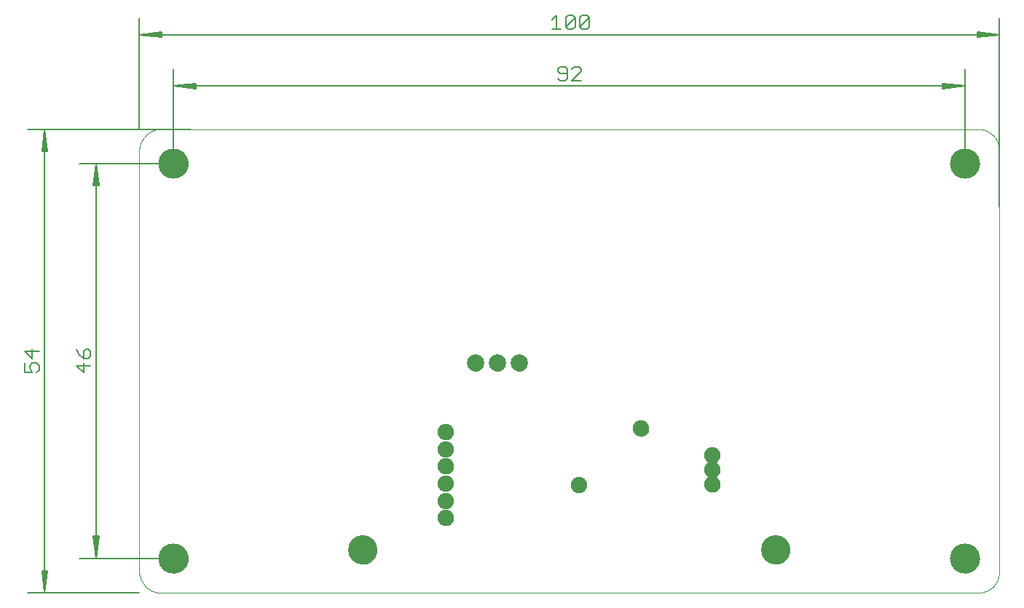
<source format=gbs>
G75*
%MOIN*%
%OFA0B0*%
%FSLAX24Y24*%
%IPPOS*%
%LPD*%
%AMOC8*
5,1,8,0,0,1.08239X$1,22.5*
%
%ADD10C,0.0000*%
%ADD11C,0.0051*%
%ADD12C,0.0060*%
%ADD13C,0.1340*%
%ADD14C,0.0749*%
%ADD15C,0.0789*%
%ADD16C,0.1380*%
D10*
X005590Y001519D02*
X005590Y020779D01*
X005592Y020839D01*
X005597Y020900D01*
X005606Y020959D01*
X005619Y021018D01*
X005635Y021077D01*
X005655Y021134D01*
X005678Y021189D01*
X005705Y021244D01*
X005734Y021296D01*
X005767Y021347D01*
X005803Y021396D01*
X005841Y021442D01*
X005883Y021486D01*
X005927Y021528D01*
X005973Y021566D01*
X006022Y021602D01*
X006073Y021635D01*
X006125Y021664D01*
X006180Y021691D01*
X006235Y021714D01*
X006292Y021734D01*
X006351Y021750D01*
X006410Y021763D01*
X006469Y021772D01*
X006530Y021777D01*
X006590Y021779D01*
X043960Y021779D01*
X044020Y021777D01*
X044081Y021772D01*
X044140Y021763D01*
X044199Y021750D01*
X044258Y021734D01*
X044315Y021714D01*
X044370Y021691D01*
X044425Y021664D01*
X044477Y021635D01*
X044528Y021602D01*
X044577Y021566D01*
X044623Y021528D01*
X044667Y021486D01*
X044709Y021442D01*
X044747Y021396D01*
X044783Y021347D01*
X044816Y021296D01*
X044845Y021244D01*
X044872Y021189D01*
X044895Y021134D01*
X044915Y021077D01*
X044931Y021018D01*
X044944Y020959D01*
X044953Y020900D01*
X044958Y020839D01*
X044960Y020779D01*
X044960Y001519D01*
X044958Y001459D01*
X044953Y001398D01*
X044944Y001339D01*
X044931Y001280D01*
X044915Y001221D01*
X044895Y001164D01*
X044872Y001109D01*
X044845Y001054D01*
X044816Y001002D01*
X044783Y000951D01*
X044747Y000902D01*
X044709Y000856D01*
X044667Y000812D01*
X044623Y000770D01*
X044577Y000732D01*
X044528Y000696D01*
X044477Y000663D01*
X044425Y000634D01*
X044370Y000607D01*
X044315Y000584D01*
X044258Y000564D01*
X044199Y000548D01*
X044140Y000535D01*
X044081Y000526D01*
X044020Y000521D01*
X043960Y000519D01*
X006590Y000519D01*
X006530Y000521D01*
X006469Y000526D01*
X006410Y000535D01*
X006351Y000548D01*
X006292Y000564D01*
X006235Y000584D01*
X006180Y000607D01*
X006125Y000634D01*
X006073Y000663D01*
X006022Y000696D01*
X005973Y000732D01*
X005927Y000770D01*
X005883Y000812D01*
X005841Y000856D01*
X005803Y000902D01*
X005767Y000951D01*
X005734Y001002D01*
X005705Y001054D01*
X005678Y001109D01*
X005655Y001164D01*
X005635Y001221D01*
X005619Y001280D01*
X005606Y001339D01*
X005597Y001398D01*
X005592Y001459D01*
X005590Y001519D01*
X006515Y002094D02*
X006517Y002144D01*
X006523Y002194D01*
X006533Y002244D01*
X006546Y002292D01*
X006563Y002340D01*
X006584Y002386D01*
X006608Y002430D01*
X006636Y002472D01*
X006667Y002512D01*
X006701Y002549D01*
X006738Y002584D01*
X006777Y002615D01*
X006818Y002644D01*
X006862Y002669D01*
X006908Y002691D01*
X006955Y002709D01*
X007003Y002723D01*
X007052Y002734D01*
X007102Y002741D01*
X007152Y002744D01*
X007203Y002743D01*
X007253Y002738D01*
X007303Y002729D01*
X007351Y002717D01*
X007399Y002700D01*
X007445Y002680D01*
X007490Y002657D01*
X007533Y002630D01*
X007573Y002600D01*
X007611Y002567D01*
X007646Y002531D01*
X007679Y002492D01*
X007708Y002451D01*
X007734Y002408D01*
X007757Y002363D01*
X007776Y002316D01*
X007791Y002268D01*
X007803Y002219D01*
X007811Y002169D01*
X007815Y002119D01*
X007815Y002069D01*
X007811Y002019D01*
X007803Y001969D01*
X007791Y001920D01*
X007776Y001872D01*
X007757Y001825D01*
X007734Y001780D01*
X007708Y001737D01*
X007679Y001696D01*
X007646Y001657D01*
X007611Y001621D01*
X007573Y001588D01*
X007533Y001558D01*
X007490Y001531D01*
X007445Y001508D01*
X007399Y001488D01*
X007351Y001471D01*
X007303Y001459D01*
X007253Y001450D01*
X007203Y001445D01*
X007152Y001444D01*
X007102Y001447D01*
X007052Y001454D01*
X007003Y001465D01*
X006955Y001479D01*
X006908Y001497D01*
X006862Y001519D01*
X006818Y001544D01*
X006777Y001573D01*
X006738Y001604D01*
X006701Y001639D01*
X006667Y001676D01*
X006636Y001716D01*
X006608Y001758D01*
X006584Y001802D01*
X006563Y001848D01*
X006546Y001896D01*
X006533Y001944D01*
X006523Y001994D01*
X006517Y002044D01*
X006515Y002094D01*
X015196Y002488D02*
X015198Y002538D01*
X015204Y002588D01*
X015214Y002637D01*
X015228Y002685D01*
X015245Y002732D01*
X015266Y002777D01*
X015291Y002821D01*
X015319Y002862D01*
X015351Y002901D01*
X015385Y002938D01*
X015422Y002972D01*
X015462Y003002D01*
X015504Y003029D01*
X015548Y003053D01*
X015594Y003074D01*
X015641Y003090D01*
X015689Y003103D01*
X015739Y003112D01*
X015788Y003117D01*
X015839Y003118D01*
X015889Y003115D01*
X015938Y003108D01*
X015987Y003097D01*
X016035Y003082D01*
X016081Y003064D01*
X016126Y003042D01*
X016169Y003016D01*
X016210Y002987D01*
X016249Y002955D01*
X016285Y002920D01*
X016317Y002882D01*
X016347Y002842D01*
X016374Y002799D01*
X016397Y002755D01*
X016416Y002709D01*
X016432Y002661D01*
X016444Y002612D01*
X016452Y002563D01*
X016456Y002513D01*
X016456Y002463D01*
X016452Y002413D01*
X016444Y002364D01*
X016432Y002315D01*
X016416Y002267D01*
X016397Y002221D01*
X016374Y002177D01*
X016347Y002134D01*
X016317Y002094D01*
X016285Y002056D01*
X016249Y002021D01*
X016210Y001989D01*
X016169Y001960D01*
X016126Y001934D01*
X016081Y001912D01*
X016035Y001894D01*
X015987Y001879D01*
X015938Y001868D01*
X015889Y001861D01*
X015839Y001858D01*
X015788Y001859D01*
X015739Y001864D01*
X015689Y001873D01*
X015641Y001886D01*
X015594Y001902D01*
X015548Y001923D01*
X015504Y001947D01*
X015462Y001974D01*
X015422Y002004D01*
X015385Y002038D01*
X015351Y002075D01*
X015319Y002114D01*
X015291Y002155D01*
X015266Y002199D01*
X015245Y002244D01*
X015228Y002291D01*
X015214Y002339D01*
X015204Y002388D01*
X015198Y002438D01*
X015196Y002488D01*
X019287Y003952D02*
X019289Y003988D01*
X019295Y004024D01*
X019305Y004059D01*
X019318Y004093D01*
X019335Y004125D01*
X019355Y004155D01*
X019379Y004182D01*
X019405Y004207D01*
X019434Y004229D01*
X019465Y004248D01*
X019498Y004263D01*
X019532Y004275D01*
X019568Y004283D01*
X019604Y004287D01*
X019640Y004287D01*
X019676Y004283D01*
X019712Y004275D01*
X019746Y004263D01*
X019779Y004248D01*
X019810Y004229D01*
X019839Y004207D01*
X019865Y004182D01*
X019889Y004155D01*
X019909Y004125D01*
X019926Y004093D01*
X019939Y004059D01*
X019949Y004024D01*
X019955Y003988D01*
X019957Y003952D01*
X019955Y003916D01*
X019949Y003880D01*
X019939Y003845D01*
X019926Y003811D01*
X019909Y003779D01*
X019889Y003749D01*
X019865Y003722D01*
X019839Y003697D01*
X019810Y003675D01*
X019779Y003656D01*
X019746Y003641D01*
X019712Y003629D01*
X019676Y003621D01*
X019640Y003617D01*
X019604Y003617D01*
X019568Y003621D01*
X019532Y003629D01*
X019498Y003641D01*
X019465Y003656D01*
X019434Y003675D01*
X019405Y003697D01*
X019379Y003722D01*
X019355Y003749D01*
X019335Y003779D01*
X019318Y003811D01*
X019305Y003845D01*
X019295Y003880D01*
X019289Y003916D01*
X019287Y003952D01*
X019287Y004740D02*
X019289Y004776D01*
X019295Y004812D01*
X019305Y004847D01*
X019318Y004881D01*
X019335Y004913D01*
X019355Y004943D01*
X019379Y004970D01*
X019405Y004995D01*
X019434Y005017D01*
X019465Y005036D01*
X019498Y005051D01*
X019532Y005063D01*
X019568Y005071D01*
X019604Y005075D01*
X019640Y005075D01*
X019676Y005071D01*
X019712Y005063D01*
X019746Y005051D01*
X019779Y005036D01*
X019810Y005017D01*
X019839Y004995D01*
X019865Y004970D01*
X019889Y004943D01*
X019909Y004913D01*
X019926Y004881D01*
X019939Y004847D01*
X019949Y004812D01*
X019955Y004776D01*
X019957Y004740D01*
X019955Y004704D01*
X019949Y004668D01*
X019939Y004633D01*
X019926Y004599D01*
X019909Y004567D01*
X019889Y004537D01*
X019865Y004510D01*
X019839Y004485D01*
X019810Y004463D01*
X019779Y004444D01*
X019746Y004429D01*
X019712Y004417D01*
X019676Y004409D01*
X019640Y004405D01*
X019604Y004405D01*
X019568Y004409D01*
X019532Y004417D01*
X019498Y004429D01*
X019465Y004444D01*
X019434Y004463D01*
X019405Y004485D01*
X019379Y004510D01*
X019355Y004537D01*
X019335Y004567D01*
X019318Y004599D01*
X019305Y004633D01*
X019295Y004668D01*
X019289Y004704D01*
X019287Y004740D01*
X019287Y005527D02*
X019289Y005563D01*
X019295Y005599D01*
X019305Y005634D01*
X019318Y005668D01*
X019335Y005700D01*
X019355Y005730D01*
X019379Y005757D01*
X019405Y005782D01*
X019434Y005804D01*
X019465Y005823D01*
X019498Y005838D01*
X019532Y005850D01*
X019568Y005858D01*
X019604Y005862D01*
X019640Y005862D01*
X019676Y005858D01*
X019712Y005850D01*
X019746Y005838D01*
X019779Y005823D01*
X019810Y005804D01*
X019839Y005782D01*
X019865Y005757D01*
X019889Y005730D01*
X019909Y005700D01*
X019926Y005668D01*
X019939Y005634D01*
X019949Y005599D01*
X019955Y005563D01*
X019957Y005527D01*
X019955Y005491D01*
X019949Y005455D01*
X019939Y005420D01*
X019926Y005386D01*
X019909Y005354D01*
X019889Y005324D01*
X019865Y005297D01*
X019839Y005272D01*
X019810Y005250D01*
X019779Y005231D01*
X019746Y005216D01*
X019712Y005204D01*
X019676Y005196D01*
X019640Y005192D01*
X019604Y005192D01*
X019568Y005196D01*
X019532Y005204D01*
X019498Y005216D01*
X019465Y005231D01*
X019434Y005250D01*
X019405Y005272D01*
X019379Y005297D01*
X019355Y005324D01*
X019335Y005354D01*
X019318Y005386D01*
X019305Y005420D01*
X019295Y005455D01*
X019289Y005491D01*
X019287Y005527D01*
X019287Y006315D02*
X019289Y006351D01*
X019295Y006387D01*
X019305Y006422D01*
X019318Y006456D01*
X019335Y006488D01*
X019355Y006518D01*
X019379Y006545D01*
X019405Y006570D01*
X019434Y006592D01*
X019465Y006611D01*
X019498Y006626D01*
X019532Y006638D01*
X019568Y006646D01*
X019604Y006650D01*
X019640Y006650D01*
X019676Y006646D01*
X019712Y006638D01*
X019746Y006626D01*
X019779Y006611D01*
X019810Y006592D01*
X019839Y006570D01*
X019865Y006545D01*
X019889Y006518D01*
X019909Y006488D01*
X019926Y006456D01*
X019939Y006422D01*
X019949Y006387D01*
X019955Y006351D01*
X019957Y006315D01*
X019955Y006279D01*
X019949Y006243D01*
X019939Y006208D01*
X019926Y006174D01*
X019909Y006142D01*
X019889Y006112D01*
X019865Y006085D01*
X019839Y006060D01*
X019810Y006038D01*
X019779Y006019D01*
X019746Y006004D01*
X019712Y005992D01*
X019676Y005984D01*
X019640Y005980D01*
X019604Y005980D01*
X019568Y005984D01*
X019532Y005992D01*
X019498Y006004D01*
X019465Y006019D01*
X019434Y006038D01*
X019405Y006060D01*
X019379Y006085D01*
X019355Y006112D01*
X019335Y006142D01*
X019318Y006174D01*
X019305Y006208D01*
X019295Y006243D01*
X019289Y006279D01*
X019287Y006315D01*
X019287Y007102D02*
X019289Y007138D01*
X019295Y007174D01*
X019305Y007209D01*
X019318Y007243D01*
X019335Y007275D01*
X019355Y007305D01*
X019379Y007332D01*
X019405Y007357D01*
X019434Y007379D01*
X019465Y007398D01*
X019498Y007413D01*
X019532Y007425D01*
X019568Y007433D01*
X019604Y007437D01*
X019640Y007437D01*
X019676Y007433D01*
X019712Y007425D01*
X019746Y007413D01*
X019779Y007398D01*
X019810Y007379D01*
X019839Y007357D01*
X019865Y007332D01*
X019889Y007305D01*
X019909Y007275D01*
X019926Y007243D01*
X019939Y007209D01*
X019949Y007174D01*
X019955Y007138D01*
X019957Y007102D01*
X019955Y007066D01*
X019949Y007030D01*
X019939Y006995D01*
X019926Y006961D01*
X019909Y006929D01*
X019889Y006899D01*
X019865Y006872D01*
X019839Y006847D01*
X019810Y006825D01*
X019779Y006806D01*
X019746Y006791D01*
X019712Y006779D01*
X019676Y006771D01*
X019640Y006767D01*
X019604Y006767D01*
X019568Y006771D01*
X019532Y006779D01*
X019498Y006791D01*
X019465Y006806D01*
X019434Y006825D01*
X019405Y006847D01*
X019379Y006872D01*
X019355Y006899D01*
X019335Y006929D01*
X019318Y006961D01*
X019305Y006995D01*
X019295Y007030D01*
X019289Y007066D01*
X019287Y007102D01*
X019287Y007889D02*
X019289Y007925D01*
X019295Y007961D01*
X019305Y007996D01*
X019318Y008030D01*
X019335Y008062D01*
X019355Y008092D01*
X019379Y008119D01*
X019405Y008144D01*
X019434Y008166D01*
X019465Y008185D01*
X019498Y008200D01*
X019532Y008212D01*
X019568Y008220D01*
X019604Y008224D01*
X019640Y008224D01*
X019676Y008220D01*
X019712Y008212D01*
X019746Y008200D01*
X019779Y008185D01*
X019810Y008166D01*
X019839Y008144D01*
X019865Y008119D01*
X019889Y008092D01*
X019909Y008062D01*
X019926Y008030D01*
X019939Y007996D01*
X019949Y007961D01*
X019955Y007925D01*
X019957Y007889D01*
X019955Y007853D01*
X019949Y007817D01*
X019939Y007782D01*
X019926Y007748D01*
X019909Y007716D01*
X019889Y007686D01*
X019865Y007659D01*
X019839Y007634D01*
X019810Y007612D01*
X019779Y007593D01*
X019746Y007578D01*
X019712Y007566D01*
X019676Y007558D01*
X019640Y007554D01*
X019604Y007554D01*
X019568Y007558D01*
X019532Y007566D01*
X019498Y007578D01*
X019465Y007593D01*
X019434Y007612D01*
X019405Y007634D01*
X019379Y007659D01*
X019355Y007686D01*
X019335Y007716D01*
X019318Y007748D01*
X019305Y007782D01*
X019295Y007817D01*
X019289Y007853D01*
X019287Y007889D01*
X020626Y011047D02*
X020628Y011084D01*
X020634Y011121D01*
X020643Y011156D01*
X020657Y011191D01*
X020673Y011224D01*
X020694Y011255D01*
X020717Y011284D01*
X020743Y011310D01*
X020772Y011333D01*
X020803Y011354D01*
X020836Y011370D01*
X020871Y011384D01*
X020906Y011393D01*
X020943Y011399D01*
X020980Y011401D01*
X021017Y011399D01*
X021054Y011393D01*
X021089Y011384D01*
X021124Y011370D01*
X021157Y011354D01*
X021188Y011333D01*
X021217Y011310D01*
X021243Y011284D01*
X021266Y011255D01*
X021287Y011224D01*
X021303Y011191D01*
X021317Y011156D01*
X021326Y011121D01*
X021332Y011084D01*
X021334Y011047D01*
X021332Y011010D01*
X021326Y010973D01*
X021317Y010938D01*
X021303Y010903D01*
X021287Y010870D01*
X021266Y010839D01*
X021243Y010810D01*
X021217Y010784D01*
X021188Y010761D01*
X021157Y010740D01*
X021124Y010724D01*
X021089Y010710D01*
X021054Y010701D01*
X021017Y010695D01*
X020980Y010693D01*
X020943Y010695D01*
X020906Y010701D01*
X020871Y010710D01*
X020836Y010724D01*
X020803Y010740D01*
X020772Y010761D01*
X020743Y010784D01*
X020717Y010810D01*
X020694Y010839D01*
X020673Y010870D01*
X020657Y010903D01*
X020643Y010938D01*
X020634Y010973D01*
X020628Y011010D01*
X020626Y011047D01*
X021626Y011047D02*
X021628Y011084D01*
X021634Y011121D01*
X021643Y011156D01*
X021657Y011191D01*
X021673Y011224D01*
X021694Y011255D01*
X021717Y011284D01*
X021743Y011310D01*
X021772Y011333D01*
X021803Y011354D01*
X021836Y011370D01*
X021871Y011384D01*
X021906Y011393D01*
X021943Y011399D01*
X021980Y011401D01*
X022017Y011399D01*
X022054Y011393D01*
X022089Y011384D01*
X022124Y011370D01*
X022157Y011354D01*
X022188Y011333D01*
X022217Y011310D01*
X022243Y011284D01*
X022266Y011255D01*
X022287Y011224D01*
X022303Y011191D01*
X022317Y011156D01*
X022326Y011121D01*
X022332Y011084D01*
X022334Y011047D01*
X022332Y011010D01*
X022326Y010973D01*
X022317Y010938D01*
X022303Y010903D01*
X022287Y010870D01*
X022266Y010839D01*
X022243Y010810D01*
X022217Y010784D01*
X022188Y010761D01*
X022157Y010740D01*
X022124Y010724D01*
X022089Y010710D01*
X022054Y010701D01*
X022017Y010695D01*
X021980Y010693D01*
X021943Y010695D01*
X021906Y010701D01*
X021871Y010710D01*
X021836Y010724D01*
X021803Y010740D01*
X021772Y010761D01*
X021743Y010784D01*
X021717Y010810D01*
X021694Y010839D01*
X021673Y010870D01*
X021657Y010903D01*
X021643Y010938D01*
X021634Y010973D01*
X021628Y011010D01*
X021626Y011047D01*
X022626Y011047D02*
X022628Y011084D01*
X022634Y011121D01*
X022643Y011156D01*
X022657Y011191D01*
X022673Y011224D01*
X022694Y011255D01*
X022717Y011284D01*
X022743Y011310D01*
X022772Y011333D01*
X022803Y011354D01*
X022836Y011370D01*
X022871Y011384D01*
X022906Y011393D01*
X022943Y011399D01*
X022980Y011401D01*
X023017Y011399D01*
X023054Y011393D01*
X023089Y011384D01*
X023124Y011370D01*
X023157Y011354D01*
X023188Y011333D01*
X023217Y011310D01*
X023243Y011284D01*
X023266Y011255D01*
X023287Y011224D01*
X023303Y011191D01*
X023317Y011156D01*
X023326Y011121D01*
X023332Y011084D01*
X023334Y011047D01*
X023332Y011010D01*
X023326Y010973D01*
X023317Y010938D01*
X023303Y010903D01*
X023287Y010870D01*
X023266Y010839D01*
X023243Y010810D01*
X023217Y010784D01*
X023188Y010761D01*
X023157Y010740D01*
X023124Y010724D01*
X023089Y010710D01*
X023054Y010701D01*
X023017Y010695D01*
X022980Y010693D01*
X022943Y010695D01*
X022906Y010701D01*
X022871Y010710D01*
X022836Y010724D01*
X022803Y010740D01*
X022772Y010761D01*
X022743Y010784D01*
X022717Y010810D01*
X022694Y010839D01*
X022673Y010870D01*
X022657Y010903D01*
X022643Y010938D01*
X022634Y010973D01*
X022628Y011010D01*
X022626Y011047D01*
X028228Y008047D02*
X028230Y008083D01*
X028236Y008119D01*
X028246Y008154D01*
X028259Y008188D01*
X028276Y008220D01*
X028296Y008250D01*
X028320Y008277D01*
X028346Y008302D01*
X028375Y008324D01*
X028406Y008343D01*
X028439Y008358D01*
X028473Y008370D01*
X028509Y008378D01*
X028545Y008382D01*
X028581Y008382D01*
X028617Y008378D01*
X028653Y008370D01*
X028687Y008358D01*
X028720Y008343D01*
X028751Y008324D01*
X028780Y008302D01*
X028806Y008277D01*
X028830Y008250D01*
X028850Y008220D01*
X028867Y008188D01*
X028880Y008154D01*
X028890Y008119D01*
X028896Y008083D01*
X028898Y008047D01*
X028896Y008011D01*
X028890Y007975D01*
X028880Y007940D01*
X028867Y007906D01*
X028850Y007874D01*
X028830Y007844D01*
X028806Y007817D01*
X028780Y007792D01*
X028751Y007770D01*
X028720Y007751D01*
X028687Y007736D01*
X028653Y007724D01*
X028617Y007716D01*
X028581Y007712D01*
X028545Y007712D01*
X028509Y007716D01*
X028473Y007724D01*
X028439Y007736D01*
X028406Y007751D01*
X028375Y007770D01*
X028346Y007792D01*
X028320Y007817D01*
X028296Y007844D01*
X028276Y007874D01*
X028259Y007906D01*
X028246Y007940D01*
X028236Y007975D01*
X028230Y008011D01*
X028228Y008047D01*
X031488Y006822D02*
X031490Y006858D01*
X031496Y006894D01*
X031506Y006929D01*
X031519Y006963D01*
X031536Y006995D01*
X031556Y007025D01*
X031580Y007052D01*
X031606Y007077D01*
X031635Y007099D01*
X031666Y007118D01*
X031699Y007133D01*
X031733Y007145D01*
X031769Y007153D01*
X031805Y007157D01*
X031841Y007157D01*
X031877Y007153D01*
X031913Y007145D01*
X031947Y007133D01*
X031980Y007118D01*
X032011Y007099D01*
X032040Y007077D01*
X032066Y007052D01*
X032090Y007025D01*
X032110Y006995D01*
X032127Y006963D01*
X032140Y006929D01*
X032150Y006894D01*
X032156Y006858D01*
X032158Y006822D01*
X032156Y006786D01*
X032150Y006750D01*
X032140Y006715D01*
X032127Y006681D01*
X032110Y006649D01*
X032090Y006619D01*
X032066Y006592D01*
X032040Y006567D01*
X032011Y006545D01*
X031980Y006526D01*
X031947Y006511D01*
X031913Y006499D01*
X031877Y006491D01*
X031841Y006487D01*
X031805Y006487D01*
X031769Y006491D01*
X031733Y006499D01*
X031699Y006511D01*
X031666Y006526D01*
X031635Y006545D01*
X031606Y006567D01*
X031580Y006592D01*
X031556Y006619D01*
X031536Y006649D01*
X031519Y006681D01*
X031506Y006715D01*
X031496Y006750D01*
X031490Y006786D01*
X031488Y006822D01*
X031488Y006153D02*
X031490Y006189D01*
X031496Y006225D01*
X031506Y006260D01*
X031519Y006294D01*
X031536Y006326D01*
X031556Y006356D01*
X031580Y006383D01*
X031606Y006408D01*
X031635Y006430D01*
X031666Y006449D01*
X031699Y006464D01*
X031733Y006476D01*
X031769Y006484D01*
X031805Y006488D01*
X031841Y006488D01*
X031877Y006484D01*
X031913Y006476D01*
X031947Y006464D01*
X031980Y006449D01*
X032011Y006430D01*
X032040Y006408D01*
X032066Y006383D01*
X032090Y006356D01*
X032110Y006326D01*
X032127Y006294D01*
X032140Y006260D01*
X032150Y006225D01*
X032156Y006189D01*
X032158Y006153D01*
X032156Y006117D01*
X032150Y006081D01*
X032140Y006046D01*
X032127Y006012D01*
X032110Y005980D01*
X032090Y005950D01*
X032066Y005923D01*
X032040Y005898D01*
X032011Y005876D01*
X031980Y005857D01*
X031947Y005842D01*
X031913Y005830D01*
X031877Y005822D01*
X031841Y005818D01*
X031805Y005818D01*
X031769Y005822D01*
X031733Y005830D01*
X031699Y005842D01*
X031666Y005857D01*
X031635Y005876D01*
X031606Y005898D01*
X031580Y005923D01*
X031556Y005950D01*
X031536Y005980D01*
X031519Y006012D01*
X031506Y006046D01*
X031496Y006081D01*
X031490Y006117D01*
X031488Y006153D01*
X031488Y005484D02*
X031490Y005520D01*
X031496Y005556D01*
X031506Y005591D01*
X031519Y005625D01*
X031536Y005657D01*
X031556Y005687D01*
X031580Y005714D01*
X031606Y005739D01*
X031635Y005761D01*
X031666Y005780D01*
X031699Y005795D01*
X031733Y005807D01*
X031769Y005815D01*
X031805Y005819D01*
X031841Y005819D01*
X031877Y005815D01*
X031913Y005807D01*
X031947Y005795D01*
X031980Y005780D01*
X032011Y005761D01*
X032040Y005739D01*
X032066Y005714D01*
X032090Y005687D01*
X032110Y005657D01*
X032127Y005625D01*
X032140Y005591D01*
X032150Y005556D01*
X032156Y005520D01*
X032158Y005484D01*
X032156Y005448D01*
X032150Y005412D01*
X032140Y005377D01*
X032127Y005343D01*
X032110Y005311D01*
X032090Y005281D01*
X032066Y005254D01*
X032040Y005229D01*
X032011Y005207D01*
X031980Y005188D01*
X031947Y005173D01*
X031913Y005161D01*
X031877Y005153D01*
X031841Y005149D01*
X031805Y005149D01*
X031769Y005153D01*
X031733Y005161D01*
X031699Y005173D01*
X031666Y005188D01*
X031635Y005207D01*
X031606Y005229D01*
X031580Y005254D01*
X031556Y005281D01*
X031536Y005311D01*
X031519Y005343D01*
X031506Y005377D01*
X031496Y005412D01*
X031490Y005448D01*
X031488Y005484D01*
X034094Y002488D02*
X034096Y002538D01*
X034102Y002588D01*
X034112Y002637D01*
X034126Y002685D01*
X034143Y002732D01*
X034164Y002777D01*
X034189Y002821D01*
X034217Y002862D01*
X034249Y002901D01*
X034283Y002938D01*
X034320Y002972D01*
X034360Y003002D01*
X034402Y003029D01*
X034446Y003053D01*
X034492Y003074D01*
X034539Y003090D01*
X034587Y003103D01*
X034637Y003112D01*
X034686Y003117D01*
X034737Y003118D01*
X034787Y003115D01*
X034836Y003108D01*
X034885Y003097D01*
X034933Y003082D01*
X034979Y003064D01*
X035024Y003042D01*
X035067Y003016D01*
X035108Y002987D01*
X035147Y002955D01*
X035183Y002920D01*
X035215Y002882D01*
X035245Y002842D01*
X035272Y002799D01*
X035295Y002755D01*
X035314Y002709D01*
X035330Y002661D01*
X035342Y002612D01*
X035350Y002563D01*
X035354Y002513D01*
X035354Y002463D01*
X035350Y002413D01*
X035342Y002364D01*
X035330Y002315D01*
X035314Y002267D01*
X035295Y002221D01*
X035272Y002177D01*
X035245Y002134D01*
X035215Y002094D01*
X035183Y002056D01*
X035147Y002021D01*
X035108Y001989D01*
X035067Y001960D01*
X035024Y001934D01*
X034979Y001912D01*
X034933Y001894D01*
X034885Y001879D01*
X034836Y001868D01*
X034787Y001861D01*
X034737Y001858D01*
X034686Y001859D01*
X034637Y001864D01*
X034587Y001873D01*
X034539Y001886D01*
X034492Y001902D01*
X034446Y001923D01*
X034402Y001947D01*
X034360Y001974D01*
X034320Y002004D01*
X034283Y002038D01*
X034249Y002075D01*
X034217Y002114D01*
X034189Y002155D01*
X034164Y002199D01*
X034143Y002244D01*
X034126Y002291D01*
X034112Y002339D01*
X034102Y002388D01*
X034096Y002438D01*
X034094Y002488D01*
X025377Y005468D02*
X025379Y005504D01*
X025385Y005540D01*
X025395Y005575D01*
X025408Y005609D01*
X025425Y005641D01*
X025445Y005671D01*
X025469Y005698D01*
X025495Y005723D01*
X025524Y005745D01*
X025555Y005764D01*
X025588Y005779D01*
X025622Y005791D01*
X025658Y005799D01*
X025694Y005803D01*
X025730Y005803D01*
X025766Y005799D01*
X025802Y005791D01*
X025836Y005779D01*
X025869Y005764D01*
X025900Y005745D01*
X025929Y005723D01*
X025955Y005698D01*
X025979Y005671D01*
X025999Y005641D01*
X026016Y005609D01*
X026029Y005575D01*
X026039Y005540D01*
X026045Y005504D01*
X026047Y005468D01*
X026045Y005432D01*
X026039Y005396D01*
X026029Y005361D01*
X026016Y005327D01*
X025999Y005295D01*
X025979Y005265D01*
X025955Y005238D01*
X025929Y005213D01*
X025900Y005191D01*
X025869Y005172D01*
X025836Y005157D01*
X025802Y005145D01*
X025766Y005137D01*
X025730Y005133D01*
X025694Y005133D01*
X025658Y005137D01*
X025622Y005145D01*
X025588Y005157D01*
X025555Y005172D01*
X025524Y005191D01*
X025495Y005213D01*
X025469Y005238D01*
X025445Y005265D01*
X025425Y005295D01*
X025408Y005327D01*
X025395Y005361D01*
X025385Y005396D01*
X025379Y005432D01*
X025377Y005468D01*
X042735Y002094D02*
X042737Y002144D01*
X042743Y002194D01*
X042753Y002244D01*
X042766Y002292D01*
X042783Y002340D01*
X042804Y002386D01*
X042828Y002430D01*
X042856Y002472D01*
X042887Y002512D01*
X042921Y002549D01*
X042958Y002584D01*
X042997Y002615D01*
X043038Y002644D01*
X043082Y002669D01*
X043128Y002691D01*
X043175Y002709D01*
X043223Y002723D01*
X043272Y002734D01*
X043322Y002741D01*
X043372Y002744D01*
X043423Y002743D01*
X043473Y002738D01*
X043523Y002729D01*
X043571Y002717D01*
X043619Y002700D01*
X043665Y002680D01*
X043710Y002657D01*
X043753Y002630D01*
X043793Y002600D01*
X043831Y002567D01*
X043866Y002531D01*
X043899Y002492D01*
X043928Y002451D01*
X043954Y002408D01*
X043977Y002363D01*
X043996Y002316D01*
X044011Y002268D01*
X044023Y002219D01*
X044031Y002169D01*
X044035Y002119D01*
X044035Y002069D01*
X044031Y002019D01*
X044023Y001969D01*
X044011Y001920D01*
X043996Y001872D01*
X043977Y001825D01*
X043954Y001780D01*
X043928Y001737D01*
X043899Y001696D01*
X043866Y001657D01*
X043831Y001621D01*
X043793Y001588D01*
X043753Y001558D01*
X043710Y001531D01*
X043665Y001508D01*
X043619Y001488D01*
X043571Y001471D01*
X043523Y001459D01*
X043473Y001450D01*
X043423Y001445D01*
X043372Y001444D01*
X043322Y001447D01*
X043272Y001454D01*
X043223Y001465D01*
X043175Y001479D01*
X043128Y001497D01*
X043082Y001519D01*
X043038Y001544D01*
X042997Y001573D01*
X042958Y001604D01*
X042921Y001639D01*
X042887Y001676D01*
X042856Y001716D01*
X042828Y001758D01*
X042804Y001802D01*
X042783Y001848D01*
X042766Y001896D01*
X042753Y001944D01*
X042743Y001994D01*
X042737Y002044D01*
X042735Y002094D01*
X042735Y020204D02*
X042737Y020254D01*
X042743Y020304D01*
X042753Y020354D01*
X042766Y020402D01*
X042783Y020450D01*
X042804Y020496D01*
X042828Y020540D01*
X042856Y020582D01*
X042887Y020622D01*
X042921Y020659D01*
X042958Y020694D01*
X042997Y020725D01*
X043038Y020754D01*
X043082Y020779D01*
X043128Y020801D01*
X043175Y020819D01*
X043223Y020833D01*
X043272Y020844D01*
X043322Y020851D01*
X043372Y020854D01*
X043423Y020853D01*
X043473Y020848D01*
X043523Y020839D01*
X043571Y020827D01*
X043619Y020810D01*
X043665Y020790D01*
X043710Y020767D01*
X043753Y020740D01*
X043793Y020710D01*
X043831Y020677D01*
X043866Y020641D01*
X043899Y020602D01*
X043928Y020561D01*
X043954Y020518D01*
X043977Y020473D01*
X043996Y020426D01*
X044011Y020378D01*
X044023Y020329D01*
X044031Y020279D01*
X044035Y020229D01*
X044035Y020179D01*
X044031Y020129D01*
X044023Y020079D01*
X044011Y020030D01*
X043996Y019982D01*
X043977Y019935D01*
X043954Y019890D01*
X043928Y019847D01*
X043899Y019806D01*
X043866Y019767D01*
X043831Y019731D01*
X043793Y019698D01*
X043753Y019668D01*
X043710Y019641D01*
X043665Y019618D01*
X043619Y019598D01*
X043571Y019581D01*
X043523Y019569D01*
X043473Y019560D01*
X043423Y019555D01*
X043372Y019554D01*
X043322Y019557D01*
X043272Y019564D01*
X043223Y019575D01*
X043175Y019589D01*
X043128Y019607D01*
X043082Y019629D01*
X043038Y019654D01*
X042997Y019683D01*
X042958Y019714D01*
X042921Y019749D01*
X042887Y019786D01*
X042856Y019826D01*
X042828Y019868D01*
X042804Y019912D01*
X042783Y019958D01*
X042766Y020006D01*
X042753Y020054D01*
X042743Y020104D01*
X042737Y020154D01*
X042735Y020204D01*
X006515Y020204D02*
X006517Y020254D01*
X006523Y020304D01*
X006533Y020354D01*
X006546Y020402D01*
X006563Y020450D01*
X006584Y020496D01*
X006608Y020540D01*
X006636Y020582D01*
X006667Y020622D01*
X006701Y020659D01*
X006738Y020694D01*
X006777Y020725D01*
X006818Y020754D01*
X006862Y020779D01*
X006908Y020801D01*
X006955Y020819D01*
X007003Y020833D01*
X007052Y020844D01*
X007102Y020851D01*
X007152Y020854D01*
X007203Y020853D01*
X007253Y020848D01*
X007303Y020839D01*
X007351Y020827D01*
X007399Y020810D01*
X007445Y020790D01*
X007490Y020767D01*
X007533Y020740D01*
X007573Y020710D01*
X007611Y020677D01*
X007646Y020641D01*
X007679Y020602D01*
X007708Y020561D01*
X007734Y020518D01*
X007757Y020473D01*
X007776Y020426D01*
X007791Y020378D01*
X007803Y020329D01*
X007811Y020279D01*
X007815Y020229D01*
X007815Y020179D01*
X007811Y020129D01*
X007803Y020079D01*
X007791Y020030D01*
X007776Y019982D01*
X007757Y019935D01*
X007734Y019890D01*
X007708Y019847D01*
X007679Y019806D01*
X007646Y019767D01*
X007611Y019731D01*
X007573Y019698D01*
X007533Y019668D01*
X007490Y019641D01*
X007445Y019618D01*
X007399Y019598D01*
X007351Y019581D01*
X007303Y019569D01*
X007253Y019560D01*
X007203Y019555D01*
X007152Y019554D01*
X007102Y019557D01*
X007052Y019564D01*
X007003Y019575D01*
X006955Y019589D01*
X006908Y019607D01*
X006862Y019629D01*
X006818Y019654D01*
X006777Y019683D01*
X006738Y019714D01*
X006701Y019749D01*
X006667Y019786D01*
X006636Y019826D01*
X006608Y019868D01*
X006584Y019912D01*
X006563Y019958D01*
X006546Y020006D01*
X006533Y020054D01*
X006523Y020104D01*
X006517Y020154D01*
X006515Y020204D01*
D11*
X005590Y000519D02*
X000492Y000519D01*
X001260Y000519D02*
X001362Y001543D01*
X001385Y001543D02*
X001260Y000519D01*
X001157Y001543D01*
X001134Y001543D02*
X001385Y001543D01*
X001311Y001543D02*
X001260Y000519D01*
X001208Y001543D01*
X001134Y001543D02*
X001260Y000519D01*
X001260Y021779D01*
X001362Y020756D01*
X001385Y020756D02*
X001260Y021779D01*
X001157Y020756D01*
X001134Y020756D02*
X001385Y020756D01*
X001311Y020756D02*
X001260Y021779D01*
X001208Y020756D01*
X001134Y020756D02*
X001260Y021779D01*
X000492Y021779D02*
X007952Y021779D01*
X005590Y021779D02*
X005590Y026878D01*
X005590Y026110D02*
X006614Y026007D01*
X006614Y025984D02*
X006614Y026236D01*
X005590Y026110D01*
X006614Y026212D01*
X006614Y026161D02*
X005590Y026110D01*
X006614Y026059D01*
X006614Y025984D02*
X005590Y026110D01*
X044960Y026110D01*
X043937Y026007D01*
X043937Y025984D02*
X043937Y026236D01*
X044960Y026110D01*
X043937Y026212D01*
X043937Y026161D02*
X044960Y026110D01*
X043937Y026059D01*
X043937Y025984D02*
X044960Y026110D01*
X044960Y026878D02*
X044960Y018236D01*
X043385Y020204D02*
X043385Y024515D01*
X043385Y023748D02*
X042362Y023645D01*
X042362Y023622D02*
X043385Y023748D01*
X042362Y023850D01*
X042362Y023873D02*
X042362Y023622D01*
X042362Y023696D02*
X043385Y023748D01*
X042362Y023799D01*
X042362Y023873D02*
X043385Y023748D01*
X007165Y023748D01*
X008189Y023645D01*
X008189Y023622D02*
X007165Y023748D01*
X008189Y023850D01*
X008189Y023873D02*
X008189Y023622D01*
X008189Y023696D02*
X007165Y023748D01*
X008189Y023799D01*
X008189Y023873D02*
X007165Y023748D01*
X007165Y024515D02*
X007165Y020204D01*
X002854Y020204D01*
X003622Y020204D02*
X003724Y019181D01*
X003747Y019181D02*
X003622Y020204D01*
X003519Y019181D01*
X003496Y019181D02*
X003747Y019181D01*
X003673Y019181D02*
X003622Y020204D01*
X003571Y019181D01*
X003496Y019181D02*
X003622Y020204D01*
X003622Y002094D01*
X003724Y003118D01*
X003747Y003118D02*
X003622Y002094D01*
X003519Y003118D01*
X003496Y003118D02*
X003747Y003118D01*
X003673Y003118D02*
X003622Y002094D01*
X003571Y003118D01*
X003496Y003118D02*
X003622Y002094D01*
X002854Y002094D02*
X007165Y002094D01*
D12*
X003045Y010620D02*
X003045Y011047D01*
X003045Y011265D02*
X003045Y011585D01*
X003152Y011692D01*
X003259Y011692D01*
X003366Y011585D01*
X003366Y011372D01*
X003259Y011265D01*
X003045Y011265D01*
X002832Y011479D01*
X002725Y011692D01*
X002725Y010941D02*
X003045Y010620D01*
X003366Y010941D02*
X002725Y010941D01*
X001003Y010941D02*
X001003Y010727D01*
X000897Y010620D01*
X000683Y010620D02*
X000576Y010834D01*
X000576Y010941D01*
X000683Y011047D01*
X000897Y011047D01*
X001003Y010941D01*
X000683Y010620D02*
X000363Y010620D01*
X000363Y011047D01*
X000683Y011265D02*
X000683Y011692D01*
X000363Y011585D02*
X000683Y011265D01*
X001003Y011585D02*
X000363Y011585D01*
X024747Y024111D02*
X024853Y024004D01*
X025067Y024004D01*
X025174Y024111D01*
X025174Y024538D01*
X025067Y024644D01*
X024853Y024644D01*
X024747Y024538D01*
X024747Y024431D01*
X024853Y024324D01*
X025174Y024324D01*
X025391Y024538D02*
X025498Y024644D01*
X025711Y024644D01*
X025818Y024538D01*
X025818Y024431D01*
X025391Y024004D01*
X025818Y024004D01*
X025863Y026366D02*
X025756Y026473D01*
X026183Y026900D01*
X026183Y026473D01*
X026077Y026366D01*
X025863Y026366D01*
X025756Y026473D02*
X025756Y026900D01*
X025863Y027007D01*
X026077Y027007D01*
X026183Y026900D01*
X025539Y026900D02*
X025539Y026473D01*
X025432Y026366D01*
X025218Y026366D01*
X025112Y026473D01*
X025539Y026900D01*
X025432Y027007D01*
X025218Y027007D01*
X025112Y026900D01*
X025112Y026473D01*
X024894Y026366D02*
X024467Y026366D01*
X024681Y026366D02*
X024681Y027007D01*
X024467Y026793D01*
D13*
X015826Y002488D03*
X034724Y002488D03*
D14*
X031823Y005484D03*
X031823Y006153D03*
X031823Y006822D03*
X028563Y008047D03*
X025712Y005468D03*
X019622Y005527D03*
X019622Y004740D03*
X019622Y003952D03*
X019622Y006315D03*
X019622Y007102D03*
X019622Y007889D03*
D15*
X020980Y011047D03*
X021980Y011047D03*
X022980Y011047D03*
D16*
X007165Y002094D03*
X007165Y020204D03*
X043385Y020204D03*
X043385Y002094D03*
M02*

</source>
